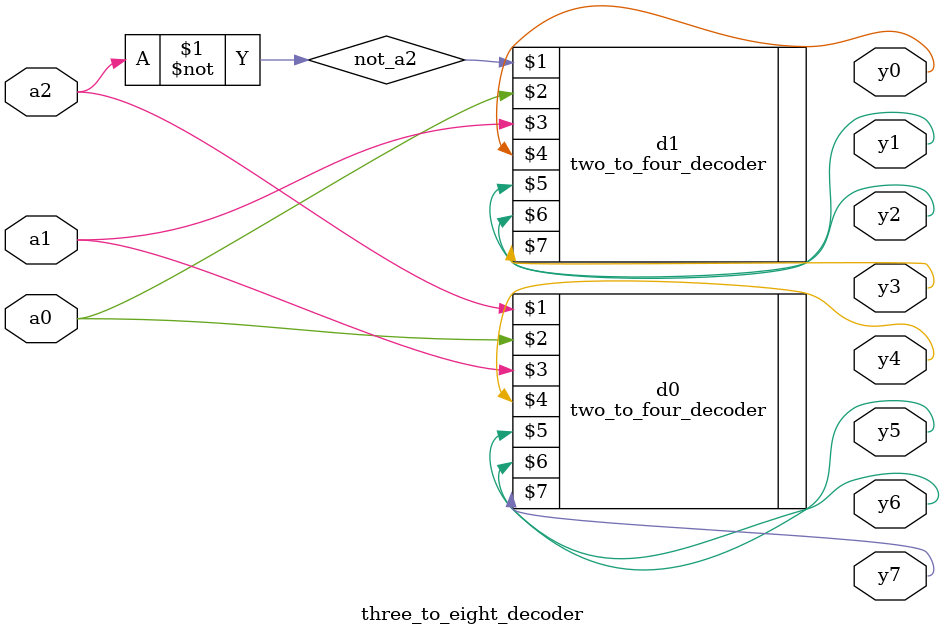
<source format=v>
`timescale 1ns/1ps
`include "A1Q3_2to4_decoder.v"

module three_to_eight_decoder(
    input a0,input a1,input a2,
    output y0,output y1,output y2,output y3,output y4,output y5,output y6,output y7
);
    wire not_a2;
    two_to_four_decoder d0(a2,a0,a1,y4,y5,y6,y7);
    not (not_a2, a2);
    two_to_four_decoder d1(not_a2,a0,a1,y0,y1,y2,y3);

endmodule
</source>
